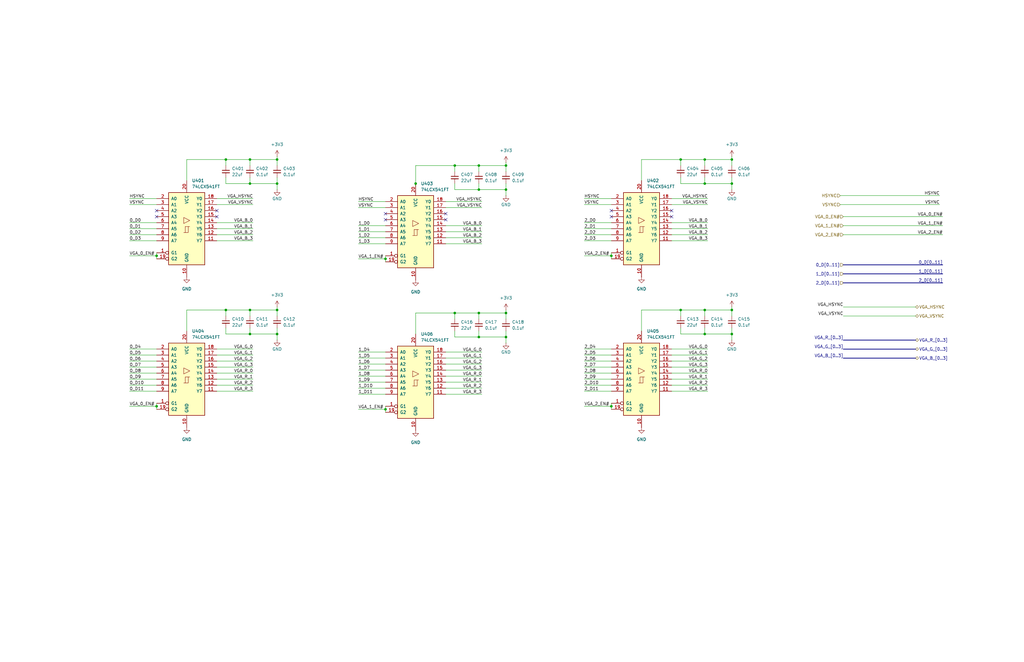
<source format=kicad_sch>
(kicad_sch (version 20231120) (generator "eeschema") (generator_version "8.0")
  (paper "USLedger")
  (lib_symbols
    (symbol "74xx:74LS541" (pin_names (offset 1.016))
      (property "Reference" "U" (at -7.62 16.51 0))
      (property "Value" "74LS541" (at -7.62 -16.51 0))
      (symbol "74LS541_1_0"
        (polyline (pts (xy -0.635 -1.6002) (xy -0.635 0.9398) (xy 0.635 0.9398)))
        (polyline (pts (xy -1.27 -1.6002) (xy 0.635 -1.6002) (xy 0.635 0.9398) (xy 1.27 0.9398)))
        (polyline (pts (xy 1.27 3.4798) (xy -1.27 4.7498) (xy -1.27 2.2098) (xy 1.27 3.4798)) (stroke (width 0.1524)))
        (pin input inverted (at -12.7 -10.16 0) (length 5.08) (name "G1") (number "1"))
        (pin power_in line (at 0 -20.32 90) (length 5.08) (name "GND") (number "10"))
        (pin tri_state line (at 12.7 -5.08 180) (length 5.08) (name "Y7") (number "11"))
        (pin tri_state line (at 12.7 -2.54 180) (length 5.08) (name "Y6") (number "12"))
        (pin tri_state line (at 12.7 0 180) (length 5.08) (name "Y5") (number "13"))
        (pin tri_state line (at 12.7 2.54 180) (length 5.08) (name "Y4") (number "14"))
        (pin tri_state line (at 12.7 5.08 180) (length 5.08) (name "Y3") (number "15"))
        (pin tri_state line (at 12.7 7.62 180) (length 5.08) (name "Y2") (number "16"))
        (pin tri_state line (at 12.7 10.16 180) (length 5.08) (name "Y1") (number "17"))
        (pin tri_state line (at 12.7 12.7 180) (length 5.08) (name "Y0") (number "18"))
        (pin input inverted (at -12.7 -12.7 0) (length 5.08) (name "G2") (number "19"))
        (pin input line (at -12.7 12.7 0) (length 5.08) (name "A0") (number "2"))
        (pin power_in line (at 0 20.32 270) (length 5.08) (name "VCC") (number "20"))
        (pin input line (at -12.7 10.16 0) (length 5.08) (name "A1") (number "3"))
        (pin input line (at -12.7 7.62 0) (length 5.08) (name "A2") (number "4"))
        (pin input line (at -12.7 5.08 0) (length 5.08) (name "A3") (number "5"))
        (pin input line (at -12.7 2.54 0) (length 5.08) (name "A4") (number "6"))
        (pin input line (at -12.7 0 0) (length 5.08) (name "A5") (number "7"))
        (pin input line (at -12.7 -2.54 0) (length 5.08) (name "A6") (number "8"))
        (pin input line (at -12.7 -5.08 0) (length 5.08) (name "A7") (number "9"))
      )
      (symbol "74LS541_1_1"
        (rectangle (start -7.62 15.24) (end 7.62 -15.24) (stroke (width 0.254)) (fill (type background)))
      )
    )
    (symbol "Device:C_Small" (pin_numbers hide) (pin_names (offset 0.254) hide)
      (property "Reference" "C" (at 0.254 1.778 0))
      (property "Value" "C_Small" (at 0.254 -2.032 0))
      (symbol "C_Small_0_1"
        (polyline (pts (xy -1.524 -0.508) (xy 1.524 -0.508)) (stroke (width 0.3302)))
        (polyline (pts (xy -1.524 0.508) (xy 1.524 0.508)) (stroke (width 0.3048)))
      )
      (symbol "C_Small_1_1"
        (pin passive line (at 0 2.54 270) (length 2.032) (name "~") (number "1"))
        (pin passive line (at 0 -2.54 90) (length 2.032) (name "~") (number "2"))
      )
    )
    (symbol "power:+3V3" (power) (pin_numbers hide) (pin_names (offset 0) hide)
      (property "Value" "+3V3" (at 0 3.556 0))
      (symbol "+3V3_0_1"
        (polyline (pts (xy -0.762 1.27) (xy 0 2.54)))
        (polyline (pts (xy 0 0) (xy 0 2.54)))
        (polyline (pts (xy 0 2.54) (xy 0.762 1.27)))
      )
      (symbol "+3V3_1_1"
        (pin power_in line (at 0 0 90) (length 0) (name "~") (number "1"))
      )
    )
    (symbol "power:GND" (power) (pin_numbers hide) (pin_names (offset 0) hide)
      (property "Value" "GND" (at 0 -3.81 0))
      (symbol "GND_0_1"
        (polyline (pts (xy 0 0) (xy 0 -1.27) (xy 1.27 -1.27) (xy 0 -2.54) (xy -1.27 -1.27) (xy 0 -1.27)))
      )
      (symbol "GND_1_1"
        (pin power_in line (at 0 0 270) (length 0) (name "~") (number "1"))
      )
    )
  )
  (junction (at 191.77 69.85))
  (junction (at 257.81 107.95))
  (junction (at 162.56 172.72))
  (junction (at 116.84 67.31))
  (junction (at 116.84 140.97))
  (junction (at 308.61 67.31))
  (junction (at 297.18 140.97))
  (junction (at 213.36 69.85))
  (junction (at 287.02 130.81))
  (junction (at 308.61 130.81))
  (junction (at 308.61 77.47))
  (junction (at 213.36 80.01))
  (junction (at 201.93 80.01))
  (junction (at 201.93 142.24))
  (junction (at 105.41 77.47))
  (junction (at 105.41 130.81))
  (junction (at 162.56 109.22))
  (junction (at 297.18 77.47))
  (junction (at 105.41 67.31))
  (junction (at 297.18 67.31))
  (junction (at 308.61 140.97))
  (junction (at 66.04 107.95))
  (junction (at 201.93 69.85))
  (junction (at 95.25 67.31))
  (junction (at 287.02 67.31))
  (junction (at 105.41 140.97))
  (junction (at 213.36 132.08))
  (junction (at 66.04 171.45))
  (junction (at 95.25 130.81))
  (junction (at 191.77 132.08))
  (junction (at 257.81 171.45))
  (junction (at 116.84 130.81))
  (junction (at 201.93 132.08))
  (junction (at 297.18 130.81))
  (junction (at 116.84 77.47))
  (junction (at 213.36 142.24))
  (junction (at 175.26 77.47))
  (no_connect (at 91.44 91.44))
  (no_connect (at 283.21 88.9))
  (no_connect (at 162.56 90.17))
  (no_connect (at 257.81 88.9))
  (no_connect (at 91.44 88.9))
  (no_connect (at 66.04 88.9))
  (no_connect (at 187.96 90.17))
  (no_connect (at 283.21 91.44))
  (no_connect (at 187.96 92.71))
  (no_connect (at 162.56 92.71))
  (no_connect (at 66.04 91.44))
  (no_connect (at 257.81 91.44))
  (wire (pts (xy 246.38 86.36) (xy 257.81 86.36)))
  (wire (pts (xy 246.38 96.52) (xy 257.81 96.52)))
  (wire (pts (xy 191.77 80.01) (xy 201.93 80.01)))
  (wire (pts (xy 91.44 96.52) (xy 106.68 96.52)))
  (wire (pts (xy 191.77 139.7) (xy 191.77 142.24)))
  (wire (pts (xy 270.51 67.31) (xy 287.02 67.31)))
  (wire (pts (xy 187.96 156.21) (xy 203.2 156.21)))
  (wire (pts (xy 287.02 140.97) (xy 297.18 140.97)))
  (wire (pts (xy 91.44 160.02) (xy 106.68 160.02)))
  (wire (pts (xy 283.21 96.52) (xy 298.45 96.52)))
  (wire (pts (xy 105.41 74.93) (xy 105.41 77.47)))
  (bus (pts (xy 355.6 115.57) (xy 397.51 115.57)))
  (wire (pts (xy 54.61 157.48) (xy 66.04 157.48)))
  (wire (pts (xy 78.74 130.81) (xy 95.25 130.81)))
  (wire (pts (xy 175.26 69.85) (xy 191.77 69.85)))
  (wire (pts (xy 257.81 107.95) (xy 257.81 109.22)))
  (wire (pts (xy 105.41 140.97) (xy 116.84 140.97)))
  (wire (pts (xy 105.41 77.47) (xy 116.84 77.47)))
  (wire (pts (xy 151.13 100.33) (xy 162.56 100.33)))
  (wire (pts (xy 175.26 78.74) (xy 175.26 77.47)))
  (wire (pts (xy 213.36 68.58) (xy 213.36 69.85)))
  (wire (pts (xy 308.61 130.81) (xy 308.61 133.35)))
  (wire (pts (xy 91.44 149.86) (xy 106.68 149.86)))
  (wire (pts (xy 191.77 132.08) (xy 201.93 132.08)))
  (wire (pts (xy 54.61 149.86) (xy 66.04 149.86)))
  (wire (pts (xy 151.13 148.59) (xy 162.56 148.59)))
  (wire (pts (xy 116.84 129.54) (xy 116.84 130.81)))
  (wire (pts (xy 151.13 161.29) (xy 162.56 161.29)))
  (wire (pts (xy 308.61 129.54) (xy 308.61 130.81)))
  (wire (pts (xy 105.41 67.31) (xy 105.41 69.85)))
  (wire (pts (xy 91.44 101.6) (xy 106.68 101.6)))
  (wire (pts (xy 105.41 130.81) (xy 116.84 130.81)))
  (wire (pts (xy 213.36 139.7) (xy 213.36 142.24)))
  (wire (pts (xy 54.61 101.6) (xy 66.04 101.6)))
  (wire (pts (xy 283.21 152.4) (xy 298.45 152.4)))
  (wire (pts (xy 201.93 142.24) (xy 213.36 142.24)))
  (wire (pts (xy 246.38 147.32) (xy 257.81 147.32)))
  (wire (pts (xy 201.93 77.47) (xy 201.93 80.01)))
  (wire (pts (xy 187.96 166.37) (xy 203.2 166.37)))
  (wire (pts (xy 54.61 162.56) (xy 66.04 162.56)))
  (wire (pts (xy 246.38 99.06) (xy 257.81 99.06)))
  (wire (pts (xy 213.36 80.01) (xy 213.36 82.55)))
  (wire (pts (xy 187.96 148.59) (xy 203.2 148.59)))
  (wire (pts (xy 283.21 86.36) (xy 298.45 86.36)))
  (wire (pts (xy 162.56 171.45) (xy 162.56 172.72)))
  (wire (pts (xy 187.96 95.25) (xy 203.2 95.25)))
  (wire (pts (xy 54.61 160.02) (xy 66.04 160.02)))
  (wire (pts (xy 283.21 149.86) (xy 298.45 149.86)))
  (wire (pts (xy 151.13 102.87) (xy 162.56 102.87)))
  (wire (pts (xy 187.96 163.83) (xy 203.2 163.83)))
  (wire (pts (xy 91.44 162.56) (xy 106.68 162.56)))
  (wire (pts (xy 354.33 82.55) (xy 396.24 82.55)))
  (wire (pts (xy 246.38 93.98) (xy 257.81 93.98)))
  (wire (pts (xy 116.84 66.04) (xy 116.84 67.31)))
  (wire (pts (xy 187.96 85.09) (xy 203.2 85.09)))
  (wire (pts (xy 257.81 170.18) (xy 257.81 171.45)))
  (wire (pts (xy 54.61 86.36) (xy 66.04 86.36)))
  (wire (pts (xy 246.38 107.95) (xy 257.81 107.95)))
  (wire (pts (xy 91.44 157.48) (xy 106.68 157.48)))
  (wire (pts (xy 297.18 138.43) (xy 297.18 140.97)))
  (wire (pts (xy 105.41 130.81) (xy 105.41 133.35)))
  (wire (pts (xy 95.25 77.47) (xy 105.41 77.47)))
  (wire (pts (xy 308.61 138.43) (xy 308.61 140.97)))
  (wire (pts (xy 91.44 93.98) (xy 106.68 93.98)))
  (wire (pts (xy 187.96 151.13) (xy 203.2 151.13)))
  (wire (pts (xy 270.51 130.81) (xy 287.02 130.81)))
  (wire (pts (xy 246.38 149.86) (xy 257.81 149.86)))
  (wire (pts (xy 283.21 147.32) (xy 298.45 147.32)))
  (wire (pts (xy 246.38 160.02) (xy 257.81 160.02)))
  (wire (pts (xy 287.02 69.85) (xy 287.02 67.31)))
  (wire (pts (xy 283.21 160.02) (xy 298.45 160.02)))
  (wire (pts (xy 297.18 67.31) (xy 297.18 69.85)))
  (wire (pts (xy 355.6 95.25) (xy 397.51 95.25)))
  (wire (pts (xy 187.96 102.87) (xy 203.2 102.87)))
  (wire (pts (xy 246.38 162.56) (xy 257.81 162.56)))
  (wire (pts (xy 287.02 138.43) (xy 287.02 140.97)))
  (wire (pts (xy 105.41 138.43) (xy 105.41 140.97)))
  (wire (pts (xy 187.96 97.79) (xy 203.2 97.79)))
  (bus (pts (xy 355.6 111.76) (xy 397.51 111.76)))
  (wire (pts (xy 175.26 132.08) (xy 191.77 132.08)))
  (wire (pts (xy 91.44 99.06) (xy 106.68 99.06)))
  (wire (pts (xy 308.61 74.93) (xy 308.61 77.47)))
  (wire (pts (xy 91.44 154.94) (xy 106.68 154.94)))
  (wire (pts (xy 187.96 87.63) (xy 203.2 87.63)))
  (wire (pts (xy 355.6 129.54) (xy 386.08 129.54)))
  (wire (pts (xy 151.13 153.67) (xy 162.56 153.67)))
  (wire (pts (xy 283.21 99.06) (xy 298.45 99.06)))
  (wire (pts (xy 95.25 138.43) (xy 95.25 140.97)))
  (wire (pts (xy 191.77 69.85) (xy 201.93 69.85)))
  (wire (pts (xy 308.61 77.47) (xy 308.61 80.01)))
  (wire (pts (xy 297.18 130.81) (xy 297.18 133.35)))
  (wire (pts (xy 151.13 172.72) (xy 162.56 172.72)))
  (wire (pts (xy 283.21 154.94) (xy 298.45 154.94)))
  (wire (pts (xy 54.61 99.06) (xy 66.04 99.06)))
  (wire (pts (xy 257.81 171.45) (xy 257.81 172.72)))
  (wire (pts (xy 95.25 140.97) (xy 105.41 140.97)))
  (wire (pts (xy 213.36 130.81) (xy 213.36 132.08)))
  (wire (pts (xy 91.44 152.4) (xy 106.68 152.4)))
  (wire (pts (xy 95.25 130.81) (xy 105.41 130.81)))
  (wire (pts (xy 246.38 154.94) (xy 257.81 154.94)))
  (wire (pts (xy 66.04 106.68) (xy 66.04 107.95)))
  (bus (pts (xy 355.6 143.51) (xy 386.08 143.51)))
  (wire (pts (xy 297.18 140.97) (xy 308.61 140.97)))
  (wire (pts (xy 213.36 69.85) (xy 213.36 72.39)))
  (wire (pts (xy 283.21 157.48) (xy 298.45 157.48)))
  (wire (pts (xy 201.93 132.08) (xy 201.93 134.62)))
  (wire (pts (xy 297.18 130.81) (xy 308.61 130.81)))
  (wire (pts (xy 116.84 130.81) (xy 116.84 133.35)))
  (wire (pts (xy 175.26 77.47) (xy 175.26 69.85)))
  (wire (pts (xy 201.93 132.08) (xy 213.36 132.08)))
  (wire (pts (xy 246.38 157.48) (xy 257.81 157.48)))
  (wire (pts (xy 91.44 83.82) (xy 106.68 83.82)))
  (wire (pts (xy 354.33 86.36) (xy 396.24 86.36)))
  (wire (pts (xy 297.18 77.47) (xy 308.61 77.47)))
  (bus (pts (xy 355.6 147.32) (xy 386.08 147.32)))
  (wire (pts (xy 116.84 67.31) (xy 116.84 69.85)))
  (wire (pts (xy 283.21 93.98) (xy 298.45 93.98)))
  (wire (pts (xy 308.61 66.04) (xy 308.61 67.31)))
  (wire (pts (xy 151.13 87.63) (xy 162.56 87.63)))
  (wire (pts (xy 187.96 158.75) (xy 203.2 158.75)))
  (wire (pts (xy 287.02 74.93) (xy 287.02 77.47)))
  (wire (pts (xy 191.77 134.62) (xy 191.77 132.08)))
  (wire (pts (xy 246.38 152.4) (xy 257.81 152.4)))
  (wire (pts (xy 246.38 165.1) (xy 257.81 165.1)))
  (wire (pts (xy 151.13 156.21) (xy 162.56 156.21)))
  (wire (pts (xy 54.61 165.1) (xy 66.04 165.1)))
  (wire (pts (xy 66.04 107.95) (xy 66.04 109.22)))
  (wire (pts (xy 246.38 101.6) (xy 257.81 101.6)))
  (wire (pts (xy 54.61 107.95) (xy 66.04 107.95)))
  (wire (pts (xy 191.77 72.39) (xy 191.77 69.85)))
  (wire (pts (xy 162.56 172.72) (xy 162.56 173.99)))
  (wire (pts (xy 308.61 140.97) (xy 308.61 143.51)))
  (wire (pts (xy 201.93 139.7) (xy 201.93 142.24)))
  (wire (pts (xy 91.44 147.32) (xy 106.68 147.32)))
  (wire (pts (xy 54.61 93.98) (xy 66.04 93.98)))
  (wire (pts (xy 66.04 171.45) (xy 66.04 172.72)))
  (wire (pts (xy 91.44 86.36) (xy 106.68 86.36)))
  (wire (pts (xy 54.61 154.94) (xy 66.04 154.94)))
  (wire (pts (xy 355.6 133.35) (xy 386.08 133.35)))
  (wire (pts (xy 270.51 76.2) (xy 270.51 67.31)))
  (wire (pts (xy 175.26 140.97) (xy 175.26 132.08)))
  (wire (pts (xy 151.13 151.13) (xy 162.56 151.13)))
  (wire (pts (xy 297.18 74.93) (xy 297.18 77.47)))
  (wire (pts (xy 201.93 80.01) (xy 213.36 80.01)))
  (wire (pts (xy 355.6 99.06) (xy 397.51 99.06)))
  (wire (pts (xy 116.84 140.97) (xy 116.84 143.51)))
  (wire (pts (xy 283.21 101.6) (xy 298.45 101.6)))
  (wire (pts (xy 116.84 138.43) (xy 116.84 140.97)))
  (wire (pts (xy 257.81 106.68) (xy 257.81 107.95)))
  (wire (pts (xy 95.25 74.93) (xy 95.25 77.47)))
  (wire (pts (xy 191.77 77.47) (xy 191.77 80.01)))
  (wire (pts (xy 54.61 171.45) (xy 66.04 171.45)))
  (wire (pts (xy 54.61 152.4) (xy 66.04 152.4)))
  (wire (pts (xy 66.04 170.18) (xy 66.04 171.45)))
  (wire (pts (xy 213.36 132.08) (xy 213.36 134.62)))
  (wire (pts (xy 246.38 171.45) (xy 257.81 171.45)))
  (wire (pts (xy 213.36 142.24) (xy 213.36 144.78)))
  (wire (pts (xy 162.56 107.95) (xy 162.56 109.22)))
  (wire (pts (xy 287.02 77.47) (xy 297.18 77.47)))
  (wire (pts (xy 308.61 67.31) (xy 308.61 69.85)))
  (wire (pts (xy 95.25 67.31) (xy 105.41 67.31)))
  (wire (pts (xy 105.41 67.31) (xy 116.84 67.31)))
  (wire (pts (xy 95.25 69.85) (xy 95.25 67.31)))
  (wire (pts (xy 54.61 96.52) (xy 66.04 96.52)))
  (wire (pts (xy 283.21 162.56) (xy 298.45 162.56)))
  (wire (pts (xy 287.02 130.81) (xy 297.18 130.81)))
  (wire (pts (xy 78.74 139.7) (xy 78.74 130.81)))
  (bus (pts (xy 355.6 151.13) (xy 386.08 151.13)))
  (wire (pts (xy 355.6 91.44) (xy 397.51 91.44)))
  (wire (pts (xy 191.77 142.24) (xy 201.93 142.24)))
  (wire (pts (xy 151.13 163.83) (xy 162.56 163.83)))
  (wire (pts (xy 187.96 100.33) (xy 203.2 100.33)))
  (wire (pts (xy 297.18 67.31) (xy 308.61 67.31)))
  (wire (pts (xy 283.21 165.1) (xy 298.45 165.1)))
  (wire (pts (xy 287.02 133.35) (xy 287.02 130.81)))
  (wire (pts (xy 287.02 67.31) (xy 297.18 67.31)))
  (wire (pts (xy 151.13 95.25) (xy 162.56 95.25)))
  (wire (pts (xy 151.13 109.22) (xy 162.56 109.22)))
  (bus (pts (xy 355.6 119.38) (xy 397.51 119.38)))
  (wire (pts (xy 151.13 166.37) (xy 162.56 166.37)))
  (wire (pts (xy 187.96 161.29) (xy 203.2 161.29)))
  (wire (pts (xy 187.96 153.67) (xy 203.2 153.67)))
  (wire (pts (xy 213.36 77.47) (xy 213.36 80.01)))
  (wire (pts (xy 151.13 85.09) (xy 162.56 85.09)))
  (wire (pts (xy 54.61 83.82) (xy 66.04 83.82)))
  (wire (pts (xy 162.56 109.22) (xy 162.56 110.49)))
  (wire (pts (xy 151.13 158.75) (xy 162.56 158.75)))
  (wire (pts (xy 246.38 83.82) (xy 257.81 83.82)))
  (wire (pts (xy 54.61 147.32) (xy 66.04 147.32)))
  (wire (pts (xy 78.74 67.31) (xy 95.25 67.31)))
  (wire (pts (xy 78.74 76.2) (xy 78.74 67.31)))
  (wire (pts (xy 95.25 133.35) (xy 95.25 130.81)))
  (wire (pts (xy 270.51 139.7) (xy 270.51 130.81)))
  (wire (pts (xy 91.44 165.1) (xy 106.68 165.1)))
  (wire (pts (xy 116.84 74.93) (xy 116.84 77.47)))
  (wire (pts (xy 283.21 83.82) (xy 298.45 83.82)))
  (wire (pts (xy 201.93 69.85) (xy 201.93 72.39)))
  (wire (pts (xy 151.13 97.79) (xy 162.56 97.79)))
  (wire (pts (xy 201.93 69.85) (xy 213.36 69.85)))
  (wire (pts (xy 116.84 77.47) (xy 116.84 80.01)))
  (label "VGA_2_EN#" (at 397.51 99.06 180))
  (label "0_D8" (at 54.61 157.48 0))
  (label "VGA_G_3" (at 203.2 156.21 180))
  (label "0_D11" (at 54.61 165.1 0))
  (label "2_D[0..11]" (at 397.51 119.38 180))
  (label "VGA_R_3" (at 203.2 166.37 180))
  (label "2_D2" (at 246.38 99.06 0))
  (label "VGA_HSYNC" (at 203.2 85.09 180))
  (label "2_D6" (at 246.38 152.4 0))
  (label "VGA_R_1" (at 203.2 161.29 180))
  (label "VGA_G_0" (at 106.68 147.32 180))
  (label "0_D2" (at 54.61 99.06 0))
  (label "HSYNC" (at 54.61 83.82 0))
  (label "1_D11" (at 151.13 166.37 0))
  (label "VGA_B_1" (at 203.2 97.79 180))
  (label "VGA_B_3" (at 298.45 101.6 180))
  (label "1_D1" (at 151.13 97.79 0))
  (label "VGA_VSYNC" (at 106.68 86.36 180))
  (label "VGA_G_2" (at 203.2 153.67 180))
  (label "VSYNC" (at 54.61 86.36 0))
  (label "VGA_1_EN#" (at 151.13 172.72 0))
  (label "VGA_R_3" (at 298.45 165.1 180))
  (label "VGA_G_3" (at 106.68 154.94 180))
  (label "VGA_R_0" (at 203.2 158.75 180))
  (label "VGA_R_0" (at 298.45 157.48 180))
  (label "VGA_B_0" (at 298.45 93.98 180))
  (label "0_D3" (at 54.61 101.6 0))
  (label "VGA_0_EN#" (at 54.61 171.45 0))
  (label "1_D2" (at 151.13 100.33 0))
  (label "VSYNC" (at 151.13 87.63 0))
  (label "VGA_G_[0..3]" (at 355.6 147.32 180))
  (label "VGA_R_1" (at 298.45 160.02 180))
  (label "VGA_2_EN#" (at 246.38 171.45 0))
  (label "VGA_B_1" (at 106.68 96.52 180))
  (label "2_D9" (at 246.38 160.02 0))
  (label "VGA_0_EN#" (at 397.51 91.44 180))
  (label "2_D10" (at 246.38 162.56 0))
  (label "VGA_R_1" (at 106.68 160.02 180))
  (label "2_D3" (at 246.38 101.6 0))
  (label "1_D7" (at 151.13 156.21 0))
  (label "HSYNC" (at 396.24 82.55 180))
  (label "VGA_G_1" (at 106.68 149.86 180))
  (label "1_D9" (at 151.13 161.29 0))
  (label "1_D5" (at 151.13 151.13 0))
  (label "VGA_G_0" (at 203.2 148.59 180))
  (label "VGA_2_EN#" (at 246.38 107.95 0))
  (label "VSYNC" (at 246.38 86.36 0))
  (label "VGA_1_EN#" (at 151.13 109.22 0))
  (label "VGA_HSYNC" (at 106.68 83.82 180))
  (label "HSYNC" (at 246.38 83.82 0))
  (label "1_D0" (at 151.13 95.25 0))
  (label "0_D6" (at 54.61 152.4 0))
  (label "VGA_R_0" (at 106.68 157.48 180))
  (label "VGA_B_2" (at 203.2 100.33 180))
  (label "VGA_B_2" (at 106.68 99.06 180))
  (label "VGA_B_1" (at 298.45 96.52 180))
  (label "2_D5" (at 246.38 149.86 0))
  (label "2_D11" (at 246.38 165.1 0))
  (label "1_D8" (at 151.13 158.75 0))
  (label "0_D4" (at 54.61 147.32 0))
  (label "VGA_B_[0..3]" (at 355.6 151.13 180))
  (label "VGA_0_EN#" (at 54.61 107.95 0))
  (label "VGA_B_0" (at 203.2 95.25 180))
  (label "VGA_HSYNC" (at 298.45 83.82 180))
  (label "1_D[0..11]" (at 397.51 115.57 180))
  (label "1_D3" (at 151.13 102.87 0))
  (label "0_D0" (at 54.61 93.98 0))
  (label "1_D4" (at 151.13 148.59 0))
  (label "VGA_HSYNC" (at 355.6 129.54 180))
  (label "VGA_VSYNC" (at 355.6 133.35 180))
  (label "VGA_VSYNC" (at 203.2 87.63 180))
  (label "2_D7" (at 246.38 154.94 0))
  (label "VGA_G_2" (at 298.45 152.4 180))
  (label "VGA_G_0" (at 298.45 147.32 180))
  (label "0_D9" (at 54.61 160.02 0))
  (label "VGA_B_0" (at 106.68 93.98 180))
  (label "VGA_R_[0..3]" (at 355.6 143.51 180))
  (label "VGA_R_2" (at 298.45 162.56 180))
  (label "0_D5" (at 54.61 149.86 0))
  (label "0_D7" (at 54.61 154.94 0))
  (label "2_D1" (at 246.38 96.52 0))
  (label "2_D4" (at 246.38 147.32 0))
  (label "1_D6" (at 151.13 153.67 0))
  (label "HSYNC" (at 151.13 85.09 0))
  (label "VSYNC" (at 396.24 86.36 180))
  (label "VGA_B_3" (at 106.68 101.6 180))
  (label "VGA_B_3" (at 203.2 102.87 180))
  (label "2_D0" (at 246.38 93.98 0))
  (label "VGA_R_3" (at 106.68 165.1 180))
  (label "1_D10" (at 151.13 163.83 0))
  (label "VGA_G_1" (at 203.2 151.13 180))
  (label "2_D8" (at 246.38 157.48 0))
  (label "VGA_R_2" (at 203.2 163.83 180))
  (label "VGA_R_2" (at 106.68 162.56 180))
  (label "0_D[0..11]" (at 397.51 111.76 180))
  (label "VGA_G_1" (at 298.45 149.86 180))
  (label "VGA_B_2" (at 298.45 99.06 180))
  (label "VGA_VSYNC" (at 298.45 86.36 180))
  (label "0_D1" (at 54.61 96.52 0))
  (label "VGA_G_3" (at 298.45 154.94 180))
  (label "VGA_G_2" (at 106.68 152.4 180))
  (label "VGA_1_EN#" (at 397.51 95.25 180))
  (label "0_D10" (at 54.61 162.56 0))
  (hierarchical_label "1_D[0..11]" (shape input) (at 355.6 115.57 180))
  (hierarchical_label "VGA_HSYNC" (shape tri_state) (at 386.08 129.54 0))
  (hierarchical_label "VGA_VSYNC" (shape tri_state) (at 386.08 133.35 0))
  (hierarchical_label "VGA_1_EN#" (shape input) (at 355.6 95.25 180))
  (hierarchical_label "VGA_2_EN#" (shape input) (at 355.6 99.06 180))
  (hierarchical_label "2_D[0..11]" (shape input) (at 355.6 119.38 180))
  (hierarchical_label "VGA_R_[0..3]" (shape tri_state) (at 386.08 143.51 0))
  (hierarchical_label "0_D[0..11]" (shape input) (at 355.6 111.76 180))
  (hierarchical_label "HSYNC" (shape input) (at 354.33 82.55 180))
  (hierarchical_label "VGA_G_[0..3]" (shape tri_state) (at 386.08 147.32 0))
  (hierarchical_label "VSYNC" (shape input) (at 354.33 86.36 180))
  (hierarchical_label "VGA_0_EN#" (shape input) (at 355.6 91.44 180))
  (hierarchical_label "VGA_B_[0..3]" (shape tri_state) (at 386.08 151.13 0))
  (symbol (lib_id "power:+3V3") (at 213.36 130.81 0) (unit 1)
    (property "Reference" "#PWR0412" (effects (hide yes)))
    (property "Value" "+3V3" (at 213.36 125.73 0))
    (property "Description" "Power symbol creates a global label with name \"+3V3\"" (effects (hide yes)))
  )
  (symbol (lib_id "power:GND") (at 116.84 80.01 0) (unit 1)
    (property "Reference" "#PWR0404" (effects (hide yes)))
    (property "Value" "GND" (at 116.84 83.82 0))
    (property "Description" "Power symbol creates a global label with name \"GND\" , ground" (effects (hide yes)))
  )
  (symbol (lib_id "power:GND") (at 308.61 80.01 0) (unit 1)
    (property "Reference" "#PWR0405" (effects (hide yes)))
    (property "Value" "GND" (at 308.61 83.82 0))
    (property "Description" "Power symbol creates a global label with name \"GND\" , ground" (effects (hide yes)))
  )
  (symbol (lib_id "Device:C_Small") (at 297.18 135.89 0) (unit 1)
    (property "Reference" "C414" (at 299.72 134.6262 0) (effects (justify left)))
    (property "Value" "0.1uf" (at 299.72 137.1662 0) (effects (justify left)))
    (property "Footprint" "Capacitor_SMD:C_0402_1005Metric" (effects (hide yes)))
    (property "Description" "Unpolarized capacitor, small symbol" (effects (hide yes)))
    (property "LCSC Part #" "C1525" (effects (hide yes)))
    (property "Digi-Key Part Number" "490-6328-1-ND" (effects (hide yes)))
  )
  (symbol (lib_id "power:GND") (at 78.74 180.34 0) (unit 1)
    (property "Reference" "#PWR0416" (effects (hide yes)))
    (property "Value" "GND" (at 78.74 185.42 0))
    (property "Description" "Power symbol creates a global label with name \"GND\" , ground" (effects (hide yes)))
  )
  (symbol (lib_id "Device:C_Small") (at 116.84 135.89 0) (unit 1)
    (property "Reference" "C412" (at 119.38 134.6262 0) (effects (justify left)))
    (property "Value" "0.1uf" (at 119.38 137.1662 0) (effects (justify left)))
    (property "Footprint" "Capacitor_SMD:C_0402_1005Metric" (effects (hide yes)))
    (property "Description" "Unpolarized capacitor, small symbol" (effects (hide yes)))
    (property "LCSC Part #" "C1525" (effects (hide yes)))
    (property "Digi-Key Part Number" "490-6328-1-ND" (effects (hide yes)))
  )
  (symbol (lib_id "Device:C_Small") (at 287.02 135.89 0) (unit 1)
    (property "Reference" "C413" (at 289.56 134.6262 0) (effects (justify left)))
    (property "Value" "22uf" (at 289.56 137.1662 0) (effects (justify left)))
    (property "Footprint" "Capacitor_SMD:C_0603_1608Metric" (effects (hide yes)))
    (property "Description" "Unpolarized capacitor, small symbol" (effects (hide yes)))
    (property "LCSC Part #" "C59461" (effects (hide yes)))
    (property "Digi-Key Part Number" "490-7611-1-ND" (effects (hide yes)))
  )
  (symbol (lib_id "74xx:74LS541") (at 175.26 161.29 0) (unit 1)
    (property "Reference" "U406" (at 177.4541 140.97 0) (effects (justify left)))
    (property "Value" "74LCX541FT" (at 177.4541 143.51 0) (effects (justify left)))
    (property "Footprint" "Package_SO:SSOP-20_4.4x6.5mm_P0.65mm" (effects (hide yes)))
    (property "Datasheet" "http://www.ti.com/lit/gpn/sn74LS541" (effects (hide yes)))
    (property "Description" "8-bit Buffer/Line Driver 3-state outputs" (effects (hide yes)))
    (property "LCSC Part #" "C7194124" (effects (hide yes)))
  )
  (symbol (lib_id "power:+3V3") (at 116.84 66.04 0) (unit 1)
    (property "Reference" "#PWR0401" (effects (hide yes)))
    (property "Value" "+3V3" (at 116.84 60.96 0))
    (property "Description" "Power symbol creates a global label with name \"+3V3\"" (effects (hide yes)))
  )
  (symbol (lib_id "power:GND") (at 308.61 143.51 0) (unit 1)
    (property "Reference" "#PWR0414" (effects (hide yes)))
    (property "Value" "GND" (at 308.61 147.32 0))
    (property "Description" "Power symbol creates a global label with name \"GND\" , ground" (effects (hide yes)))
  )
  (symbol (lib_id "Device:C_Small") (at 105.41 135.89 0) (unit 1)
    (property "Reference" "C411" (at 107.95 134.6262 0) (effects (justify left)))
    (property "Value" "0.1uf" (at 107.95 137.1662 0) (effects (justify left)))
    (property "Footprint" "Capacitor_SMD:C_0402_1005Metric" (effects (hide yes)))
    (property "Description" "Unpolarized capacitor, small symbol" (effects (hide yes)))
    (property "LCSC Part #" "C1525" (effects (hide yes)))
    (property "Digi-Key Part Number" "490-6328-1-ND" (effects (hide yes)))
  )
  (symbol (lib_id "power:+3V3") (at 308.61 66.04 0) (unit 1)
    (property "Reference" "#PWR0402" (effects (hide yes)))
    (property "Value" "+3V3" (at 308.61 60.96 0))
    (property "Description" "Power symbol creates a global label with name \"+3V3\"" (effects (hide yes)))
  )
  (symbol (lib_id "Device:C_Small") (at 191.77 137.16 0) (unit 1)
    (property "Reference" "C416" (at 194.31 135.8962 0) (effects (justify left)))
    (property "Value" "22uf" (at 194.31 138.4362 0) (effects (justify left)))
    (property "Footprint" "Capacitor_SMD:C_0603_1608Metric" (effects (hide yes)))
    (property "Description" "Unpolarized capacitor, small symbol" (effects (hide yes)))
    (property "LCSC Part #" "C59461" (effects (hide yes)))
    (property "Digi-Key Part Number" "490-7611-1-ND" (effects (hide yes)))
  )
  (symbol (lib_id "Device:C_Small") (at 201.93 74.93 0) (unit 1)
    (property "Reference" "C408" (at 204.47 73.6662 0) (effects (justify left)))
    (property "Value" "0.1uf" (at 204.47 76.2062 0) (effects (justify left)))
    (property "Footprint" "Capacitor_SMD:C_0402_1005Metric" (effects (hide yes)))
    (property "Description" "Unpolarized capacitor, small symbol" (effects (hide yes)))
    (property "LCSC Part #" "C1525" (effects (hide yes)))
    (property "Digi-Key Part Number" "490-6328-1-ND" (effects (hide yes)))
  )
  (symbol (lib_id "Device:C_Small") (at 95.25 72.39 0) (unit 1)
    (property "Reference" "C401" (at 97.79 71.1262 0) (effects (justify left)))
    (property "Value" "22uf" (at 97.79 73.6662 0) (effects (justify left)))
    (property "Footprint" "Capacitor_SMD:C_0603_1608Metric" (effects (hide yes)))
    (property "Description" "Unpolarized capacitor, small symbol" (effects (hide yes)))
    (property "LCSC Part #" "C59461" (effects (hide yes)))
    (property "Digi-Key Part Number" "490-7611-1-ND" (effects (hide yes)))
  )
  (symbol (lib_id "74xx:74LS541") (at 78.74 96.52 0) (unit 1)
    (property "Reference" "U401" (at 80.9341 76.2 0) (effects (justify left)))
    (property "Value" "74LCX541FT" (at 80.9341 78.74 0) (effects (justify left)))
    (property "Footprint" "Package_SO:SSOP-20_4.4x6.5mm_P0.65mm" (effects (hide yes)))
    (property "Datasheet" "http://www.ti.com/lit/gpn/sn74LS541" (effects (hide yes)))
    (property "Description" "8-bit Buffer/Line Driver 3-state outputs" (effects (hide yes)))
    (property "LCSC Part #" "C7194124" (effects (hide yes)))
  )
  (symbol (lib_id "Device:C_Small") (at 191.77 74.93 0) (unit 1)
    (property "Reference" "C407" (at 194.31 73.6662 0) (effects (justify left)))
    (property "Value" "22uf" (at 194.31 76.2062 0) (effects (justify left)))
    (property "Footprint" "Capacitor_SMD:C_0603_1608Metric" (effects (hide yes)))
    (property "Description" "Unpolarized capacitor, small symbol" (effects (hide yes)))
    (property "LCSC Part #" "C59461" (effects (hide yes)))
    (property "Digi-Key Part Number" "490-7611-1-ND" (effects (hide yes)))
  )
  (symbol (lib_id "power:GND") (at 213.36 82.55 0) (unit 1)
    (property "Reference" "#PWR0406" (effects (hide yes)))
    (property "Value" "GND" (at 213.36 86.36 0))
    (property "Description" "Power symbol creates a global label with name \"GND\" , ground" (effects (hide yes)))
  )
  (symbol (lib_id "Device:C_Small") (at 297.18 72.39 0) (unit 1)
    (property "Reference" "C405" (at 299.72 71.1262 0) (effects (justify left)))
    (property "Value" "0.1uf" (at 299.72 73.6662 0) (effects (justify left)))
    (property "Footprint" "Capacitor_SMD:C_0402_1005Metric" (effects (hide yes)))
    (property "Description" "Unpolarized capacitor, small symbol" (effects (hide yes)))
    (property "LCSC Part #" "C1525" (effects (hide yes)))
    (property "Digi-Key Part Number" "490-6328-1-ND" (effects (hide yes)))
  )
  (symbol (lib_id "power:+3V3") (at 213.36 68.58 0) (unit 1)
    (property "Reference" "#PWR0403" (effects (hide yes)))
    (property "Value" "+3V3" (at 213.36 63.5 0))
    (property "Description" "Power symbol creates a global label with name \"+3V3\"" (effects (hide yes)))
  )
  (symbol (lib_id "74xx:74LS541") (at 270.51 160.02 0) (unit 1)
    (property "Reference" "U405" (at 272.7041 139.7 0) (effects (justify left)))
    (property "Value" "74LCX541FT" (at 272.7041 142.24 0) (effects (justify left)))
    (property "Footprint" "Package_SO:SSOP-20_4.4x6.5mm_P0.65mm" (effects (hide yes)))
    (property "Datasheet" "http://www.ti.com/lit/gpn/sn74LS541" (effects (hide yes)))
    (property "Description" "8-bit Buffer/Line Driver 3-state outputs" (effects (hide yes)))
    (property "LCSC Part #" "C7194124" (effects (hide yes)))
  )
  (symbol (lib_id "power:GND") (at 175.26 118.11 0) (unit 1)
    (property "Reference" "#PWR0409" (effects (hide yes)))
    (property "Value" "GND" (at 175.26 123.19 0))
    (property "Description" "Power symbol creates a global label with name \"GND\" , ground" (effects (hide yes)))
  )
  (symbol (lib_id "power:+3V3") (at 116.84 129.54 0) (unit 1)
    (property "Reference" "#PWR0410" (effects (hide yes)))
    (property "Value" "+3V3" (at 116.84 124.46 0))
    (property "Description" "Power symbol creates a global label with name \"+3V3\"" (effects (hide yes)))
  )
  (symbol (lib_id "power:+3V3") (at 308.61 129.54 0) (unit 1)
    (property "Reference" "#PWR0411" (effects (hide yes)))
    (property "Value" "+3V3" (at 308.61 124.46 0))
    (property "Description" "Power symbol creates a global label with name \"+3V3\"" (effects (hide yes)))
  )
  (symbol (lib_id "Device:C_Small") (at 308.61 135.89 0) (unit 1)
    (property "Reference" "C415" (at 311.15 134.6262 0) (effects (justify left)))
    (property "Value" "0.1uf" (at 311.15 137.1662 0) (effects (justify left)))
    (property "Footprint" "Capacitor_SMD:C_0402_1005Metric" (effects (hide yes)))
    (property "Description" "Unpolarized capacitor, small symbol" (effects (hide yes)))
    (property "LCSC Part #" "C1525" (effects (hide yes)))
    (property "Digi-Key Part Number" "490-6328-1-ND" (effects (hide yes)))
  )
  (symbol (lib_id "74xx:74LS541") (at 175.26 97.79 0) (unit 1)
    (property "Reference" "U403" (at 177.4541 77.47 0) (effects (justify left)))
    (property "Value" "74LCX541FT" (at 177.4541 80.01 0) (effects (justify left)))
    (property "Footprint" "Package_SO:SSOP-20_4.4x6.5mm_P0.65mm" (effects (hide yes)))
    (property "Datasheet" "http://www.ti.com/lit/gpn/sn74LS541" (effects (hide yes)))
    (property "Description" "8-bit Buffer/Line Driver 3-state outputs" (effects (hide yes)))
    (property "LCSC Part #" "C7194124" (effects (hide yes)))
  )
  (symbol (lib_id "power:GND") (at 116.84 143.51 0) (unit 1)
    (property "Reference" "#PWR0413" (effects (hide yes)))
    (property "Value" "GND" (at 116.84 147.32 0))
    (property "Description" "Power symbol creates a global label with name \"GND\" , ground" (effects (hide yes)))
  )
  (symbol (lib_id "Device:C_Small") (at 213.36 74.93 0) (unit 1)
    (property "Reference" "C409" (at 215.9 73.6662 0) (effects (justify left)))
    (property "Value" "0.1uf" (at 215.9 76.2062 0) (effects (justify left)))
    (property "Footprint" "Capacitor_SMD:C_0402_1005Metric" (effects (hide yes)))
    (property "Description" "Unpolarized capacitor, small symbol" (effects (hide yes)))
    (property "LCSC Part #" "C1525" (effects (hide yes)))
    (property "Digi-Key Part Number" "490-6328-1-ND" (effects (hide yes)))
  )
  (symbol (lib_id "74xx:74LS541") (at 270.51 96.52 0) (unit 1)
    (property "Reference" "U402" (at 272.7041 76.2 0) (effects (justify left)))
    (property "Value" "74LCX541FT" (at 272.7041 78.74 0) (effects (justify left)))
    (property "Footprint" "Package_SO:SSOP-20_4.4x6.5mm_P0.65mm" (effects (hide yes)))
    (property "Datasheet" "http://www.ti.com/lit/gpn/sn74LS541" (effects (hide yes)))
    (property "Description" "8-bit Buffer/Line Driver 3-state outputs" (effects (hide yes)))
    (property "LCSC Part #" "C7194124" (effects (hide yes)))
  )
  (symbol (lib_id "74xx:74LS541") (at 78.74 160.02 0) (unit 1)
    (property "Reference" "U404" (at 80.9341 139.7 0) (effects (justify left)))
    (property "Value" "74LCX541FT" (at 80.9341 142.24 0) (effects (justify left)))
    (property "Footprint" "Package_SO:SSOP-20_4.4x6.5mm_P0.65mm" (effects (hide yes)))
    (property "Datasheet" "http://www.ti.com/lit/gpn/sn74LS541" (effects (hide yes)))
    (property "Description" "8-bit Buffer/Line Driver 3-state outputs" (effects (hide yes)))
    (property "LCSC Part #" "C7194124" (effects (hide yes)))
  )
  (symbol (lib_id "power:GND") (at 78.74 116.84 0) (unit 1)
    (property "Reference" "#PWR0407" (effects (hide yes)))
    (property "Value" "GND" (at 78.74 121.92 0))
    (property "Description" "Power symbol creates a global label with name \"GND\" , ground" (effects (hide yes)))
  )
  (symbol (lib_id "Device:C_Small") (at 308.61 72.39 0) (unit 1)
    (property "Reference" "C406" (at 311.15 71.1262 0) (effects (justify left)))
    (property "Value" "0.1uf" (at 311.15 73.6662 0) (effects (justify left)))
    (property "Footprint" "Capacitor_SMD:C_0402_1005Metric" (effects (hide yes)))
    (property "Description" "Unpolarized capacitor, small symbol" (effects (hide yes)))
    (property "LCSC Part #" "C1525" (effects (hide yes)))
    (property "Digi-Key Part Number" "490-6328-1-ND" (effects (hide yes)))
  )
  (symbol (lib_id "Device:C_Small") (at 95.25 135.89 0) (unit 1)
    (property "Reference" "C410" (at 97.79 134.6262 0) (effects (justify left)))
    (property "Value" "22uf" (at 97.79 137.1662 0) (effects (justify left)))
    (property "Footprint" "Capacitor_SMD:C_0603_1608Metric" (effects (hide yes)))
    (property "Description" "Unpolarized capacitor, small symbol" (effects (hide yes)))
    (property "LCSC Part #" "C59461" (effects (hide yes)))
    (property "Digi-Key Part Number" "490-7611-1-ND" (effects (hide yes)))
  )
  (symbol (lib_id "Device:C_Small") (at 105.41 72.39 0) (unit 1)
    (property "Reference" "C402" (at 107.95 71.1262 0) (effects (justify left)))
    (property "Value" "0.1uf" (at 107.95 73.6662 0) (effects (justify left)))
    (property "Footprint" "Capacitor_SMD:C_0402_1005Metric" (effects (hide yes)))
    (property "Description" "Unpolarized capacitor, small symbol" (effects (hide yes)))
    (property "LCSC Part #" "C1525" (effects (hide yes)))
    (property "Digi-Key Part Number" "490-6328-1-ND" (effects (hide yes)))
  )
  (symbol (lib_id "Device:C_Small") (at 201.93 137.16 0) (unit 1)
    (property "Reference" "C417" (at 204.47 135.8962 0) (effects (justify left)))
    (property "Value" "0.1uf" (at 204.47 138.4362 0) (effects (justify left)))
    (property "Footprint" "Capacitor_SMD:C_0402_1005Metric" (effects (hide yes)))
    (property "Description" "Unpolarized capacitor, small symbol" (effects (hide yes)))
    (property "LCSC Part #" "C1525" (effects (hide yes)))
    (property "Digi-Key Part Number" "490-6328-1-ND" (effects (hide yes)))
  )
  (symbol (lib_id "power:GND") (at 270.51 180.34 0) (unit 1)
    (property "Reference" "#PWR0417" (effects (hide yes)))
    (property "Value" "GND" (at 270.51 185.42 0))
    (property "Description" "Power symbol creates a global label with name \"GND\" , ground" (effects (hide yes)))
  )
  (symbol (lib_id "power:GND") (at 213.36 144.78 0) (unit 1)
    (property "Reference" "#PWR0415" (effects (hide yes)))
    (property "Value" "GND" (at 213.36 148.59 0))
    (property "Description" "Power symbol creates a global label with name \"GND\" , ground" (effects (hide yes)))
  )
  (symbol (lib_id "Device:C_Small") (at 116.84 72.39 0) (unit 1)
    (property "Reference" "C403" (at 119.38 71.1262 0) (effects (justify left)))
    (property "Value" "0.1uf" (at 119.38 73.6662 0) (effects (justify left)))
    (property "Footprint" "Capacitor_SMD:C_0402_1005Metric" (effects (hide yes)))
    (property "Description" "Unpolarized capacitor, small symbol" (effects (hide yes)))
    (property "LCSC Part #" "C1525" (effects (hide yes)))
    (property "Digi-Key Part Number" "490-6328-1-ND" (effects (hide yes)))
  )
  (symbol (lib_id "power:GND") (at 175.26 181.61 0) (unit 1)
    (property "Reference" "#PWR0418" (effects (hide yes)))
    (property "Value" "GND" (at 175.26 186.69 0))
    (property "Description" "Power symbol creates a global label with name \"GND\" , ground" (effects (hide yes)))
  )
  (symbol (lib_id "Device:C_Small") (at 287.02 72.39 0) (unit 1)
    (property "Reference" "C404" (at 289.56 71.1262 0) (effects (justify left)))
    (property "Value" "22uf" (at 289.56 73.6662 0) (effects (justify left)))
    (property "Footprint" "Capacitor_SMD:C_0603_1608Metric" (effects (hide yes)))
    (property "Description" "Unpolarized capacitor, small symbol" (effects (hide yes)))
    (property "LCSC Part #" "C59461" (effects (hide yes)))
    (property "Digi-Key Part Number" "490-7611-1-ND" (effects (hide yes)))
  )
  (symbol (lib_id "Device:C_Small") (at 213.36 137.16 0) (unit 1)
    (property "Reference" "C418" (at 215.9 135.8962 0) (effects (justify left)))
    (property "Value" "0.1uf" (at 215.9 138.4362 0) (effects (justify left)))
    (property "Footprint" "Capacitor_SMD:C_0402_1005Metric" (effects (hide yes)))
    (property "Description" "Unpolarized capacitor, small symbol" (effects (hide yes)))
    (property "LCSC Part #" "C1525" (effects (hide yes)))
    (property "Digi-Key Part Number" "490-6328-1-ND" (effects (hide yes)))
  )
  (symbol (lib_id "power:GND") (at 270.51 116.84 0) (unit 1)
    (property "Reference" "#PWR0408" (effects (hide yes)))
    (property "Value" "GND" (at 270.51 121.92 0))
    (property "Description" "Power symbol creates a global label with name \"GND\" , ground" (effects (hide yes)))
  )
)
</source>
